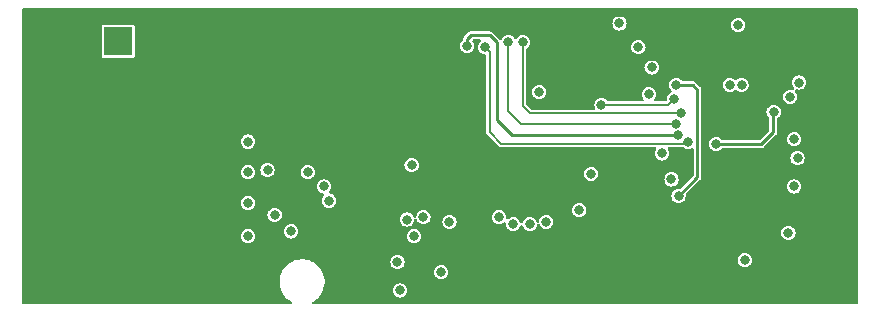
<source format=gbr>
%TF.GenerationSoftware,KiCad,Pcbnew,8.0.5*%
%TF.CreationDate,2024-10-08T13:53:17+03:00*%
%TF.ProjectId,LEXI-R422,4c455849-2d52-4343-9232-2e6b69636164,rev?*%
%TF.SameCoordinates,Original*%
%TF.FileFunction,Copper,L3,Inr*%
%TF.FilePolarity,Positive*%
%FSLAX46Y46*%
G04 Gerber Fmt 4.6, Leading zero omitted, Abs format (unit mm)*
G04 Created by KiCad (PCBNEW 8.0.5) date 2024-10-08 13:53:17*
%MOMM*%
%LPD*%
G01*
G04 APERTURE LIST*
%TA.AperFunction,ComponentPad*%
%ADD10C,0.600000*%
%TD*%
%TA.AperFunction,ComponentPad*%
%ADD11R,2.400000X2.400000*%
%TD*%
%TA.AperFunction,ComponentPad*%
%ADD12C,2.400000*%
%TD*%
%TA.AperFunction,ViaPad*%
%ADD13C,0.600000*%
%TD*%
%TA.AperFunction,ViaPad*%
%ADD14C,0.400000*%
%TD*%
%TA.AperFunction,ViaPad*%
%ADD15C,0.800000*%
%TD*%
%TA.AperFunction,Conductor*%
%ADD16C,0.250000*%
%TD*%
%TA.AperFunction,Conductor*%
%ADD17C,0.200000*%
%TD*%
G04 APERTURE END LIST*
D10*
%TO.N,GND*%
%TO.C,U1*%
X26450000Y6650000D03*
X26450000Y5650000D03*
%TD*%
D11*
%TO.N,/+3V6d*%
%TO.C,BT1*%
X11750000Y19500000D03*
D12*
%TO.N,GND*%
X11750000Y-1500000D03*
X15500000Y-1500000D03*
X8000000Y-1500000D03*
%TD*%
D13*
%TO.N,GND*%
X70993000Y-993657D03*
X17653000Y-993657D03*
X51943000Y18056343D03*
X18923000Y276343D03*
X53213000Y-993657D03*
X4953000Y4086343D03*
X22733000Y276343D03*
X72263000Y14246343D03*
X13843000Y14246343D03*
X41783000Y2816343D03*
X73533000Y276343D03*
X11303000Y10436343D03*
X73533000Y2816343D03*
X11303000Y9166343D03*
X12573000Y10436343D03*
X31623000Y-993657D03*
X73533000Y12976343D03*
X29083000Y12976343D03*
X31623000Y20596343D03*
X68453000Y-993657D03*
X25273000Y10436343D03*
X8763000Y19326343D03*
X70993000Y1546343D03*
D14*
X35400000Y15200000D03*
X32400000Y15000000D03*
D13*
X13843000Y11706343D03*
X7493000Y1546343D03*
X73533000Y4086343D03*
X10033000Y11706343D03*
X18923000Y14246343D03*
X21463000Y14246343D03*
X7493000Y18056343D03*
X10033000Y14246343D03*
X22733000Y16786343D03*
X6223000Y11706343D03*
X37973000Y20596343D03*
X6223000Y18056343D03*
X13843000Y4086343D03*
D14*
X57000000Y18400000D03*
D13*
X72263000Y1546343D03*
X39243000Y19326343D03*
X32893000Y11706343D03*
X73533000Y1546343D03*
X24003000Y14246343D03*
X4953000Y-993657D03*
X15113000Y9166343D03*
X13843000Y16786343D03*
X30353000Y12976343D03*
X20193000Y6626343D03*
D14*
X27130000Y16960000D03*
D13*
X50673000Y1546343D03*
X51943000Y16786343D03*
X24003000Y-993657D03*
X6223000Y15516343D03*
X22733000Y14246343D03*
X18923000Y-993657D03*
X22733000Y18056343D03*
X15113000Y11706343D03*
X12573000Y5356343D03*
D14*
X30590000Y17150000D03*
D13*
X34163000Y11706343D03*
X25273000Y276343D03*
X6223000Y276343D03*
X51943000Y-993657D03*
X6223000Y20596343D03*
X54483000Y-993657D03*
X51943000Y19326343D03*
X41783000Y4086343D03*
D14*
X31800000Y15000000D03*
D13*
X58293000Y-993657D03*
X20193000Y11706343D03*
X72263000Y276343D03*
X72263000Y6626343D03*
X11303000Y11706343D03*
X20193000Y2816343D03*
X15113000Y4086343D03*
X11303000Y5356343D03*
D14*
X32400000Y17200000D03*
D13*
X22733000Y-993657D03*
X73533000Y14246343D03*
X73533000Y-993657D03*
X20193000Y5356343D03*
X25273000Y15516343D03*
X26543000Y12976343D03*
X8763000Y1546343D03*
X30353000Y-993657D03*
X20193000Y7896343D03*
X13843000Y2816343D03*
X57023000Y-993657D03*
X72263000Y2816343D03*
X21463000Y19326343D03*
X13843000Y18056343D03*
X24003000Y16786343D03*
X16383000Y15516343D03*
X15113000Y1546343D03*
X7493000Y19326343D03*
X10033000Y276343D03*
X18923000Y15516343D03*
X4953000Y16786343D03*
X49403000Y1546343D03*
X73533000Y11706343D03*
X11303000Y4086343D03*
X21463000Y16786343D03*
D14*
X33000000Y15000000D03*
D13*
X7493000Y15516343D03*
X59563000Y-993657D03*
X12573000Y11706343D03*
X26543000Y11706343D03*
X58293000Y5356343D03*
X50673000Y-993657D03*
X57023000Y1546343D03*
X21463000Y276343D03*
X55753000Y1546343D03*
X72263000Y12976343D03*
D14*
X28920000Y17470000D03*
D13*
X55753000Y6626343D03*
X17653000Y14246343D03*
X21463000Y18056343D03*
X63373000Y-993657D03*
X15113000Y5356343D03*
X12573000Y4086343D03*
X32893000Y10436343D03*
X10033000Y16786343D03*
X32893000Y20596343D03*
X20193000Y4086343D03*
X10033000Y15516343D03*
X8763000Y15516343D03*
X34163000Y20596343D03*
X12573000Y2816343D03*
X13843000Y19326343D03*
X24003000Y18056343D03*
X25273000Y12976343D03*
X35433000Y19326343D03*
X21463000Y15516343D03*
X12573000Y1546343D03*
X13843000Y5356343D03*
X13843000Y9166343D03*
X24003000Y276343D03*
X55753000Y5356343D03*
X24003000Y19326343D03*
X27813000Y11706343D03*
X68453000Y276343D03*
X31623000Y12976343D03*
X32893000Y19326343D03*
X13843000Y15516343D03*
X4953000Y18056343D03*
D14*
X29990000Y17120000D03*
D13*
X7493000Y20596343D03*
D14*
X26840000Y17480000D03*
X36000000Y15200000D03*
D13*
X41783000Y1546343D03*
D14*
X28220000Y15600000D03*
D13*
X72263000Y9166343D03*
X8763000Y12976343D03*
X13843000Y6626343D03*
X15113000Y14246343D03*
D15*
X22707600Y21285200D03*
D13*
X15113000Y15516343D03*
X20193000Y276343D03*
X20193000Y1546343D03*
X70993000Y276343D03*
D14*
X31200000Y15000000D03*
D13*
X36703000Y20596343D03*
X34163000Y19326343D03*
D14*
X29340000Y17120000D03*
D13*
X69723000Y276343D03*
X64643000Y-993657D03*
X58293000Y1546343D03*
X29083000Y11706343D03*
X27813000Y12976343D03*
X11303000Y2816343D03*
X7493000Y16786343D03*
X4953000Y15516343D03*
X15113000Y12976343D03*
X34163000Y12976343D03*
X30353000Y11706343D03*
X73533000Y10436343D03*
X39243000Y20596343D03*
X35433000Y20596343D03*
X73533000Y7896343D03*
X48133000Y19326343D03*
X73533000Y6626343D03*
X4953000Y11706343D03*
X26543000Y10436343D03*
X25273000Y11706343D03*
X4953000Y276343D03*
X12573000Y16786343D03*
X20193000Y12976343D03*
X36703000Y19326343D03*
X16383000Y14246343D03*
X4953000Y20596343D03*
X8763000Y16786343D03*
X60833000Y-993657D03*
X8763000Y2816343D03*
X12573000Y7896343D03*
X26543000Y14246343D03*
X15113000Y2816343D03*
X25273000Y1546343D03*
X35433000Y12976343D03*
X72263000Y11706343D03*
X7493000Y14246343D03*
X4953000Y19326343D03*
X11303000Y12976343D03*
D14*
X31800000Y17200000D03*
D13*
X10033000Y12976343D03*
X17653000Y15516343D03*
X41783000Y-993657D03*
X32893000Y12976343D03*
X73533000Y9166343D03*
D14*
X31200000Y17200000D03*
D13*
X20193000Y9166343D03*
X10033000Y1546343D03*
X4953000Y1546343D03*
X6223000Y16786343D03*
X15113000Y6626343D03*
D14*
X28740000Y15350000D03*
D13*
X15113000Y10436343D03*
X13843000Y276343D03*
X20193000Y-993657D03*
X24003000Y15516343D03*
X10033000Y4086343D03*
X12573000Y14246343D03*
X22733000Y19326343D03*
X8763000Y4086343D03*
X55753000Y-993657D03*
X11303000Y14246343D03*
X72263000Y7896343D03*
X10033000Y2816343D03*
X20193000Y15516343D03*
X8763000Y20596343D03*
D14*
X34800000Y17200000D03*
D13*
X11303000Y15516343D03*
X25273000Y16786343D03*
D14*
X36600000Y17000000D03*
X36000000Y17000000D03*
D13*
X20193000Y10436343D03*
X34163000Y9166343D03*
X40513000Y1546343D03*
X31623000Y19326343D03*
D14*
X67800000Y10600000D03*
D13*
X8763000Y18056343D03*
D14*
X33000000Y17200000D03*
D13*
X73533000Y5356343D03*
X13843000Y20596343D03*
D14*
X33600000Y15000000D03*
D13*
X72263000Y-993657D03*
X72263000Y4086343D03*
D14*
X27350000Y16440000D03*
X35400000Y17000000D03*
X27740000Y15970000D03*
D13*
X49403000Y-993657D03*
X11303000Y16786343D03*
X72263000Y10436343D03*
X12573000Y9166343D03*
X12573000Y12976343D03*
X13843000Y12976343D03*
X6223000Y19326343D03*
D14*
X33600000Y17200000D03*
D13*
X69723000Y1546343D03*
X13843000Y10436343D03*
D14*
X34200000Y17200000D03*
D13*
X12573000Y6626343D03*
X31623000Y11706343D03*
X69723000Y-993657D03*
X34163000Y10436343D03*
X15113000Y7896343D03*
X21463000Y-993657D03*
X17653000Y276343D03*
X20193000Y14246343D03*
X25273000Y14246343D03*
X37973000Y19326343D03*
X62103000Y-993657D03*
D14*
X36600000Y15200000D03*
X56800000Y16200000D03*
D13*
X22733000Y15516343D03*
X12573000Y15516343D03*
X13843000Y1546343D03*
X13843000Y7896343D03*
X48133000Y20596343D03*
X35433000Y11706343D03*
X11303000Y1546343D03*
X8763000Y14246343D03*
D15*
%TO.N,/uRST*%
X56675000Y15000000D03*
X48000000Y4200000D03*
%TO.N,/uCLK*%
X46600000Y4000000D03*
X56920000Y17280000D03*
%TO.N,/uData*%
X45200000Y4000000D03*
X55800000Y19000000D03*
%TO.N,/uVDD*%
X44000000Y4600000D03*
%TO.N,/VBAT*%
X29200000Y7200000D03*
X36200000Y4400000D03*
X39800000Y4200000D03*
X35400000Y800000D03*
X37600000Y4600000D03*
X35600000Y-1600000D03*
X36800000Y3000000D03*
X29600000Y6000000D03*
X27800000Y8400000D03*
%TO.N,/uPWRKEY*%
X69000000Y11200000D03*
X64800000Y959998D03*
%TO.N,/uDTR*%
X63532858Y15799356D03*
%TO.N,/TxD*%
X69275000Y9600000D03*
%TO.N,/RxD*%
X69000000Y7200000D03*
%TO.N,/uDCD*%
X64532815Y15808952D03*
%TO.N,/RXD*%
X59148889Y11524985D03*
X41300000Y19100000D03*
%TO.N,/TXD*%
X60000000Y11000000D03*
X42800000Y19000000D03*
%TO.N,/VDD_EXT*%
X59200000Y6400000D03*
X36600000Y9000000D03*
X59000000Y15800000D03*
%TO.N,/DTR*%
X46000000Y19400000D03*
X59400000Y13400000D03*
%TO.N,/DCD*%
X58952785Y12505571D03*
X44800000Y19400000D03*
%TO.N,/PWRKEY*%
X50800000Y5200000D03*
%TO.N,/Alim*%
X39100000Y-50000D03*
X26400000Y3400000D03*
%TO.N,/+3V6d*%
X22750000Y8400000D03*
X69400000Y16000000D03*
X22750000Y5800000D03*
X24400000Y8600000D03*
X25000000Y4800000D03*
X22750000Y11000000D03*
X22750000Y3000000D03*
%TO.N,/+3V3_UC*%
X68500000Y3275000D03*
X67250000Y13500000D03*
X62400000Y10800000D03*
%TO.N,/Vbus*%
X58800000Y14600000D03*
X52675000Y14100000D03*
%TO.N,/U5V*%
X58600000Y7800000D03*
X51800000Y8275000D03*
%TO.N,/P99*%
X47400000Y15200000D03*
X57800000Y10000000D03*
%TO.N,/Network*%
X64246154Y20869231D03*
X54200000Y21000000D03*
%TO.N,/PowerDown*%
X68660000Y14790000D03*
%TD*%
D16*
%TO.N,/RXD*%
X45075015Y11524985D02*
X59148889Y11524985D01*
X41300000Y19100000D02*
X41300000Y19700000D01*
X41300000Y19700000D02*
X41600000Y20000000D01*
X43200000Y20000000D02*
X43800000Y19400000D01*
X43800000Y12800000D02*
X45075015Y11524985D01*
X41600000Y20000000D02*
X43200000Y20000000D01*
X43800000Y19400000D02*
X43800000Y12800000D01*
D17*
%TO.N,/TXD*%
X44175015Y10824985D02*
X43200000Y11800000D01*
X43200000Y11800000D02*
X43200000Y18600000D01*
X59824985Y10824985D02*
X44175015Y10824985D01*
X43200000Y18600000D02*
X42800000Y19000000D01*
X60000000Y11000000D02*
X59824985Y10824985D01*
D16*
%TO.N,/VDD_EXT*%
X60400000Y15800000D02*
X59000000Y15800000D01*
X59200000Y6400000D02*
X60800000Y8000000D01*
X60800000Y15400000D02*
X60400000Y15800000D01*
X60800000Y8000000D02*
X60800000Y15400000D01*
D17*
%TO.N,/DTR*%
X46600000Y13400000D02*
X46000000Y14000000D01*
X46000000Y14000000D02*
X46000000Y19400000D01*
X59400000Y13400000D02*
X46600000Y13400000D01*
%TO.N,/DCD*%
X58952785Y12505571D02*
X45894429Y12505571D01*
X44800000Y13600000D02*
X44800000Y19400000D01*
X45894429Y12505571D02*
X44800000Y13600000D01*
D16*
%TO.N,/+3V3_UC*%
X67200000Y13450000D02*
X67250000Y13500000D01*
X62400000Y10800000D02*
X66200000Y10800000D01*
X67200000Y11800000D02*
X67200000Y13450000D01*
X66200000Y10800000D02*
X67200000Y11800000D01*
D17*
%TO.N,/Vbus*%
X58300000Y14100000D02*
X58800000Y14600000D01*
X52675000Y14100000D02*
X58300000Y14100000D01*
%TD*%
%TA.AperFunction,Conductor*%
%TO.N,GND*%
G36*
X74361321Y22264398D02*
G01*
X74407814Y22210742D01*
X74419200Y22158400D01*
X74419200Y-2654000D01*
X74399198Y-2722121D01*
X74345542Y-2768614D01*
X74293200Y-2780000D01*
X28282337Y-2780000D01*
X28214216Y-2759998D01*
X28167723Y-2706342D01*
X28157619Y-2636068D01*
X28187113Y-2571488D01*
X28219337Y-2544881D01*
X28331087Y-2480361D01*
X28388527Y-2447199D01*
X28586176Y-2295538D01*
X28762338Y-2119376D01*
X28913999Y-1921727D01*
X29038564Y-1705973D01*
X29082460Y-1599999D01*
X34994318Y-1599999D01*
X34994318Y-1600000D01*
X35014955Y-1756760D01*
X35014956Y-1756762D01*
X35075464Y-1902841D01*
X35171718Y-2028282D01*
X35297159Y-2124536D01*
X35443238Y-2185044D01*
X35600000Y-2205682D01*
X35756762Y-2185044D01*
X35902841Y-2124536D01*
X36028282Y-2028282D01*
X36124536Y-1902841D01*
X36185044Y-1756762D01*
X36205682Y-1600000D01*
X36185044Y-1443238D01*
X36124536Y-1297159D01*
X36028282Y-1171718D01*
X35902841Y-1075464D01*
X35756762Y-1014956D01*
X35756760Y-1014955D01*
X35600000Y-994318D01*
X35443239Y-1014955D01*
X35297160Y-1075463D01*
X35297157Y-1075465D01*
X35171718Y-1171718D01*
X35075465Y-1297157D01*
X35075463Y-1297160D01*
X35014955Y-1443239D01*
X34994318Y-1599999D01*
X29082460Y-1599999D01*
X29133902Y-1475807D01*
X29198382Y-1235165D01*
X29230900Y-988165D01*
X29230900Y-739035D01*
X29198382Y-492035D01*
X29133902Y-251393D01*
X29050482Y-49999D01*
X38494318Y-49999D01*
X38494318Y-50000D01*
X38514955Y-206760D01*
X38514956Y-206762D01*
X38575464Y-352841D01*
X38671718Y-478282D01*
X38797159Y-574536D01*
X38943238Y-635044D01*
X39100000Y-655682D01*
X39256762Y-635044D01*
X39402841Y-574536D01*
X39528282Y-478282D01*
X39624536Y-352841D01*
X39685044Y-206762D01*
X39705682Y-50000D01*
X39685044Y106762D01*
X39624536Y252841D01*
X39528282Y378282D01*
X39402841Y474536D01*
X39256762Y535044D01*
X39100000Y555682D01*
X38943238Y535044D01*
X38797159Y474536D01*
X38671718Y378282D01*
X38575465Y252842D01*
X38575463Y252839D01*
X38514955Y106760D01*
X38494318Y-49999D01*
X29050482Y-49999D01*
X29038564Y-21227D01*
X29038558Y-21218D01*
X29038557Y-21214D01*
X28961290Y112615D01*
X28913999Y194527D01*
X28762338Y392176D01*
X28586176Y568338D01*
X28388527Y719999D01*
X28249961Y800000D01*
X34794318Y800000D01*
X34794318Y799999D01*
X34814955Y643239D01*
X34875463Y497160D01*
X34875465Y497157D01*
X34971718Y371718D01*
X35097157Y275465D01*
X35097160Y275463D01*
X35243239Y214955D01*
X35400000Y194318D01*
X35556760Y214955D01*
X35702839Y275463D01*
X35702842Y275465D01*
X35828282Y371718D01*
X35924536Y497159D01*
X35985044Y643238D01*
X36005682Y800000D01*
X35985044Y956762D01*
X35983704Y959998D01*
X64194318Y959998D01*
X64194318Y959997D01*
X64214955Y803237D01*
X64275463Y657158D01*
X64275465Y657155D01*
X64371718Y531716D01*
X64497157Y435463D01*
X64497160Y435461D01*
X64643239Y374953D01*
X64800000Y354316D01*
X64956760Y374953D01*
X65102839Y435461D01*
X65102842Y435463D01*
X65228282Y531716D01*
X65324536Y657157D01*
X65385044Y803236D01*
X65405682Y959998D01*
X65385044Y1116760D01*
X65324536Y1262839D01*
X65228282Y1388280D01*
X65102841Y1484534D01*
X64956762Y1545042D01*
X64800000Y1565680D01*
X64643238Y1545042D01*
X64497159Y1484534D01*
X64371718Y1388280D01*
X64275465Y1262840D01*
X64275463Y1262837D01*
X64214955Y1116758D01*
X64194318Y959998D01*
X35983704Y959998D01*
X35924536Y1102841D01*
X35828282Y1228282D01*
X35702841Y1324536D01*
X35556762Y1385044D01*
X35400000Y1405682D01*
X35243238Y1385044D01*
X35097159Y1324536D01*
X34971718Y1228282D01*
X34886143Y1116758D01*
X34875465Y1102842D01*
X34875463Y1102839D01*
X34814955Y956760D01*
X34794318Y800000D01*
X28249961Y800000D01*
X28172773Y844564D01*
X27942607Y939902D01*
X27701965Y1004382D01*
X27701958Y1004382D01*
X27701958Y1004383D01*
X27678190Y1007511D01*
X27454965Y1036900D01*
X27205835Y1036900D01*
X27022499Y1012763D01*
X26958841Y1004383D01*
X26958839Y1004382D01*
X26958835Y1004382D01*
X26718193Y939902D01*
X26488027Y844564D01*
X26488018Y844558D01*
X26488014Y844557D01*
X26272276Y720001D01*
X26272273Y719999D01*
X26074624Y568338D01*
X26074618Y568332D01*
X26074613Y568328D01*
X25898471Y392186D01*
X25898466Y392180D01*
X25898462Y392176D01*
X25762477Y214956D01*
X25746798Y194523D01*
X25622242Y-21214D01*
X25622237Y-21225D01*
X25526898Y-251393D01*
X25526897Y-251397D01*
X25462416Y-492041D01*
X25429900Y-739032D01*
X25429900Y-988167D01*
X25462416Y-1235158D01*
X25462418Y-1235165D01*
X25526898Y-1475807D01*
X25622236Y-1705973D01*
X25622237Y-1705974D01*
X25622242Y-1705985D01*
X25746798Y-1921723D01*
X25746800Y-1921726D01*
X25746801Y-1921727D01*
X25898462Y-2119376D01*
X25898466Y-2119380D01*
X25898471Y-2119386D01*
X26074613Y-2295528D01*
X26074618Y-2295532D01*
X26074624Y-2295538D01*
X26272273Y-2447199D01*
X26272276Y-2447201D01*
X26441463Y-2544881D01*
X26490456Y-2596263D01*
X26503892Y-2665977D01*
X26477506Y-2731888D01*
X26419674Y-2773070D01*
X26378463Y-2780000D01*
X3751000Y-2780000D01*
X3682879Y-2759998D01*
X3636386Y-2706342D01*
X3625000Y-2654000D01*
X3625000Y3000000D01*
X22144318Y3000000D01*
X22144318Y2999999D01*
X22164955Y2843239D01*
X22225463Y2697160D01*
X22225465Y2697157D01*
X22321718Y2571718D01*
X22447157Y2475465D01*
X22447160Y2475463D01*
X22593239Y2414955D01*
X22750000Y2394318D01*
X22906760Y2414955D01*
X23052839Y2475463D01*
X23052842Y2475465D01*
X23178282Y2571718D01*
X23274536Y2697159D01*
X23335044Y2843238D01*
X23351959Y2971718D01*
X23355682Y2999999D01*
X23355682Y3000000D01*
X23340116Y3118238D01*
X23335044Y3156762D01*
X23274536Y3302841D01*
X23199983Y3400000D01*
X25794318Y3400000D01*
X25794318Y3399999D01*
X25814955Y3243239D01*
X25875463Y3097160D01*
X25875465Y3097157D01*
X25971718Y2971718D01*
X26097157Y2875465D01*
X26097160Y2875463D01*
X26243239Y2814955D01*
X26400000Y2794318D01*
X26556760Y2814955D01*
X26702839Y2875463D01*
X26702842Y2875465D01*
X26828282Y2971718D01*
X26849983Y3000000D01*
X36194318Y3000000D01*
X36194318Y2999999D01*
X36214955Y2843239D01*
X36275463Y2697160D01*
X36275465Y2697157D01*
X36371718Y2571718D01*
X36497157Y2475465D01*
X36497160Y2475463D01*
X36643239Y2414955D01*
X36800000Y2394318D01*
X36956760Y2414955D01*
X37102839Y2475463D01*
X37102842Y2475465D01*
X37228282Y2571718D01*
X37324536Y2697159D01*
X37385044Y2843238D01*
X37401959Y2971718D01*
X37405682Y2999999D01*
X37405682Y3000000D01*
X37390116Y3118238D01*
X37385044Y3156762D01*
X37336068Y3275000D01*
X67894318Y3275000D01*
X67894318Y3274999D01*
X67914955Y3118239D01*
X67975463Y2972160D01*
X67975465Y2972157D01*
X68071718Y2846718D01*
X68197157Y2750465D01*
X68197160Y2750463D01*
X68343239Y2689955D01*
X68500000Y2669318D01*
X68656760Y2689955D01*
X68802839Y2750463D01*
X68802842Y2750465D01*
X68928282Y2846718D01*
X69024536Y2972159D01*
X69085044Y3118238D01*
X69095363Y3196619D01*
X69105682Y3274999D01*
X69105682Y3275000D01*
X69102017Y3302842D01*
X69085044Y3431762D01*
X69024536Y3577841D01*
X68928282Y3703282D01*
X68802841Y3799536D01*
X68656762Y3860044D01*
X68500000Y3880682D01*
X68343238Y3860044D01*
X68197159Y3799536D01*
X68071718Y3703282D01*
X67980991Y3585044D01*
X67975465Y3577842D01*
X67975463Y3577839D01*
X67914955Y3431760D01*
X67894318Y3275000D01*
X37336068Y3275000D01*
X37324536Y3302841D01*
X37228282Y3428282D01*
X37102841Y3524536D01*
X36956762Y3585044D01*
X36800000Y3605682D01*
X36643238Y3585044D01*
X36497159Y3524536D01*
X36371718Y3428282D01*
X36350017Y3400000D01*
X36275465Y3302842D01*
X36275463Y3302839D01*
X36214955Y3156760D01*
X36194318Y3000000D01*
X26849983Y3000000D01*
X26924536Y3097159D01*
X26985044Y3243238D01*
X27005682Y3400000D01*
X26985044Y3556762D01*
X26924536Y3702841D01*
X26828282Y3828282D01*
X26702841Y3924536D01*
X26556762Y3985044D01*
X26400000Y4005682D01*
X26243238Y3985044D01*
X26097159Y3924536D01*
X25971718Y3828282D01*
X25875802Y3703281D01*
X25875465Y3702842D01*
X25875463Y3702839D01*
X25814955Y3556760D01*
X25794318Y3400000D01*
X23199983Y3400000D01*
X23178282Y3428282D01*
X23052841Y3524536D01*
X22906762Y3585044D01*
X22750000Y3605682D01*
X22593238Y3585044D01*
X22447159Y3524536D01*
X22321718Y3428282D01*
X22300017Y3400000D01*
X22225465Y3302842D01*
X22225463Y3302839D01*
X22164955Y3156760D01*
X22144318Y3000000D01*
X3625000Y3000000D01*
X3625000Y4800000D01*
X24394318Y4800000D01*
X24394318Y4799999D01*
X24414955Y4643239D01*
X24475463Y4497160D01*
X24475465Y4497157D01*
X24571718Y4371718D01*
X24697157Y4275465D01*
X24697160Y4275463D01*
X24843239Y4214955D01*
X25000000Y4194318D01*
X25156760Y4214955D01*
X25302839Y4275463D01*
X25302842Y4275465D01*
X25428282Y4371718D01*
X25449983Y4400000D01*
X35594318Y4400000D01*
X35594318Y4399999D01*
X35614955Y4243239D01*
X35675463Y4097160D01*
X35675465Y4097157D01*
X35771718Y3971718D01*
X35897157Y3875465D01*
X35897160Y3875463D01*
X36043239Y3814955D01*
X36200000Y3794318D01*
X36356760Y3814955D01*
X36502839Y3875463D01*
X36502842Y3875465D01*
X36509641Y3880682D01*
X36628282Y3971718D01*
X36724536Y4097159D01*
X36785044Y4243238D01*
X36799096Y4349974D01*
X36827818Y4414901D01*
X36887084Y4453993D01*
X36958075Y4454838D01*
X37018254Y4417168D01*
X37040425Y4381749D01*
X37075464Y4297159D01*
X37075465Y4297158D01*
X37075465Y4297157D01*
X37171718Y4171718D01*
X37297157Y4075465D01*
X37297160Y4075463D01*
X37443239Y4014955D01*
X37600000Y3994318D01*
X37756760Y4014955D01*
X37902839Y4075463D01*
X37902842Y4075465D01*
X38028282Y4171718D01*
X38049983Y4200000D01*
X39194318Y4200000D01*
X39194318Y4199999D01*
X39214955Y4043239D01*
X39275463Y3897160D01*
X39275465Y3897157D01*
X39371718Y3771718D01*
X39497157Y3675465D01*
X39497160Y3675463D01*
X39643239Y3614955D01*
X39800000Y3594318D01*
X39956760Y3614955D01*
X40102839Y3675463D01*
X40102842Y3675465D01*
X40228282Y3771718D01*
X40324536Y3897159D01*
X40385044Y4043238D01*
X40405682Y4200000D01*
X40385044Y4356762D01*
X40324536Y4502841D01*
X40249983Y4600000D01*
X43394318Y4600000D01*
X43394318Y4599999D01*
X43414955Y4443239D01*
X43475463Y4297160D01*
X43475465Y4297157D01*
X43571718Y4171718D01*
X43697157Y4075465D01*
X43697160Y4075463D01*
X43843239Y4014955D01*
X44000000Y3994318D01*
X44156760Y4014955D01*
X44302839Y4075463D01*
X44302842Y4075465D01*
X44312097Y4082566D01*
X44396792Y4147555D01*
X44463013Y4173155D01*
X44532562Y4158890D01*
X44583357Y4109289D01*
X44599273Y4040099D01*
X44598418Y4031147D01*
X44594318Y4000001D01*
X44594318Y3999999D01*
X44614955Y3843239D01*
X44675463Y3697160D01*
X44675465Y3697157D01*
X44771718Y3571718D01*
X44897157Y3475465D01*
X44897160Y3475463D01*
X45043239Y3414955D01*
X45200000Y3394318D01*
X45356760Y3414955D01*
X45502839Y3475463D01*
X45502842Y3475465D01*
X45566790Y3524534D01*
X45628282Y3571718D01*
X45724536Y3697159D01*
X45783591Y3839731D01*
X45828140Y3895012D01*
X45895503Y3917433D01*
X45964294Y3899875D01*
X46012672Y3847913D01*
X46016405Y3839739D01*
X46026671Y3814956D01*
X46075463Y3697160D01*
X46075465Y3697157D01*
X46171718Y3571718D01*
X46297157Y3475465D01*
X46297160Y3475463D01*
X46443239Y3414955D01*
X46600000Y3394318D01*
X46756760Y3414955D01*
X46902839Y3475463D01*
X46902842Y3475465D01*
X46966790Y3524534D01*
X47028282Y3571718D01*
X47124536Y3697159D01*
X47185044Y3843238D01*
X47199096Y3949974D01*
X47227818Y4014901D01*
X47287084Y4053993D01*
X47358075Y4054838D01*
X47418254Y4017168D01*
X47440425Y3981749D01*
X47475464Y3897159D01*
X47475465Y3897158D01*
X47475465Y3897157D01*
X47571718Y3771718D01*
X47697157Y3675465D01*
X47697160Y3675463D01*
X47843239Y3614955D01*
X48000000Y3594318D01*
X48156760Y3614955D01*
X48302839Y3675463D01*
X48302842Y3675465D01*
X48428282Y3771718D01*
X48524536Y3897159D01*
X48585044Y4043238D01*
X48605682Y4200000D01*
X48585044Y4356762D01*
X48524536Y4502841D01*
X48428282Y4628282D01*
X48302841Y4724536D01*
X48156762Y4785044D01*
X48000000Y4805682D01*
X47843238Y4785044D01*
X47697159Y4724536D01*
X47571718Y4628282D01*
X47492111Y4524536D01*
X47475465Y4502842D01*
X47475463Y4502839D01*
X47414955Y4356760D01*
X47400903Y4250024D01*
X47372180Y4185097D01*
X47312915Y4146006D01*
X47241923Y4145161D01*
X47181745Y4182832D01*
X47159575Y4218248D01*
X47124536Y4302841D01*
X47028282Y4428282D01*
X46902841Y4524536D01*
X46756762Y4585044D01*
X46600000Y4605682D01*
X46443238Y4585044D01*
X46297159Y4524536D01*
X46171718Y4428282D01*
X46075465Y4302842D01*
X46075463Y4302839D01*
X46064643Y4276719D01*
X46016407Y4160266D01*
X45971861Y4104987D01*
X45904497Y4082566D01*
X45835706Y4100124D01*
X45787328Y4152086D01*
X45783599Y4160250D01*
X45724536Y4302841D01*
X45628282Y4428282D01*
X45502841Y4524536D01*
X45356762Y4585044D01*
X45200000Y4605682D01*
X45043238Y4585044D01*
X44897159Y4524536D01*
X44803207Y4452444D01*
X44736986Y4426844D01*
X44667438Y4441109D01*
X44616642Y4490710D01*
X44600726Y4559900D01*
X44601579Y4568835D01*
X44605682Y4600000D01*
X44585044Y4756762D01*
X44524536Y4902841D01*
X44428282Y5028282D01*
X44302841Y5124536D01*
X44156762Y5185044D01*
X44043159Y5200000D01*
X50194318Y5200000D01*
X50194318Y5199999D01*
X50214955Y5043239D01*
X50275463Y4897160D01*
X50275465Y4897157D01*
X50371718Y4771718D01*
X50497157Y4675465D01*
X50497160Y4675463D01*
X50643239Y4614955D01*
X50800000Y4594318D01*
X50956760Y4614955D01*
X51102839Y4675463D01*
X51102842Y4675465D01*
X51138514Y4702837D01*
X51228282Y4771718D01*
X51324536Y4897159D01*
X51385044Y5043238D01*
X51405682Y5200000D01*
X51385044Y5356762D01*
X51324536Y5502841D01*
X51228282Y5628282D01*
X51102841Y5724536D01*
X50956762Y5785044D01*
X50800000Y5805682D01*
X50643238Y5785044D01*
X50497159Y5724536D01*
X50371718Y5628282D01*
X50275465Y5502842D01*
X50275463Y5502839D01*
X50214955Y5356760D01*
X50194318Y5200000D01*
X44043159Y5200000D01*
X44000000Y5205682D01*
X43843238Y5185044D01*
X43697159Y5124536D01*
X43571718Y5028282D01*
X43492111Y4924536D01*
X43475465Y4902842D01*
X43475463Y4902839D01*
X43414955Y4756760D01*
X43394318Y4600000D01*
X40249983Y4600000D01*
X40228282Y4628282D01*
X40102841Y4724536D01*
X39956762Y4785044D01*
X39800000Y4805682D01*
X39643238Y4785044D01*
X39497159Y4724536D01*
X39371718Y4628282D01*
X39292111Y4524536D01*
X39275465Y4502842D01*
X39275463Y4502839D01*
X39214955Y4356760D01*
X39194318Y4200000D01*
X38049983Y4200000D01*
X38124536Y4297159D01*
X38185044Y4443238D01*
X38205682Y4600000D01*
X38185044Y4756762D01*
X38124536Y4902841D01*
X38028282Y5028282D01*
X37902841Y5124536D01*
X37756762Y5185044D01*
X37600000Y5205682D01*
X37443238Y5185044D01*
X37297159Y5124536D01*
X37171718Y5028282D01*
X37092111Y4924536D01*
X37075465Y4902842D01*
X37075463Y4902839D01*
X37014955Y4756760D01*
X37000903Y4650024D01*
X36972180Y4585097D01*
X36912915Y4546006D01*
X36841923Y4545161D01*
X36781745Y4582832D01*
X36759575Y4618248D01*
X36724536Y4702841D01*
X36628282Y4828282D01*
X36502841Y4924536D01*
X36356762Y4985044D01*
X36200000Y5005682D01*
X36043238Y4985044D01*
X35897159Y4924536D01*
X35771718Y4828282D01*
X35692111Y4724536D01*
X35675465Y4702842D01*
X35675463Y4702839D01*
X35614955Y4556760D01*
X35594318Y4400000D01*
X25449983Y4400000D01*
X25524536Y4497159D01*
X25585044Y4643238D01*
X25605682Y4800000D01*
X25585044Y4956762D01*
X25524536Y5102841D01*
X25428282Y5228282D01*
X25302841Y5324536D01*
X25156762Y5385044D01*
X25000000Y5405682D01*
X24843238Y5385044D01*
X24697159Y5324536D01*
X24571718Y5228282D01*
X24492111Y5124536D01*
X24475465Y5102842D01*
X24475463Y5102839D01*
X24414955Y4956760D01*
X24394318Y4800000D01*
X3625000Y4800000D01*
X3625000Y5800000D01*
X22144318Y5800000D01*
X22144318Y5799999D01*
X22164955Y5643239D01*
X22225463Y5497160D01*
X22225465Y5497157D01*
X22321718Y5371718D01*
X22447157Y5275465D01*
X22447160Y5275463D01*
X22593239Y5214955D01*
X22750000Y5194318D01*
X22906760Y5214955D01*
X23052839Y5275463D01*
X23052842Y5275465D01*
X23116790Y5324534D01*
X23178282Y5371718D01*
X23274536Y5497159D01*
X23335044Y5643238D01*
X23355682Y5800000D01*
X23335044Y5956762D01*
X23274536Y6102841D01*
X23178282Y6228282D01*
X23052841Y6324536D01*
X22906762Y6385044D01*
X22750000Y6405682D01*
X22593238Y6385044D01*
X22447159Y6324536D01*
X22321718Y6228282D01*
X22225465Y6102842D01*
X22225463Y6102839D01*
X22164955Y5956760D01*
X22144318Y5800000D01*
X3625000Y5800000D01*
X3625000Y7200000D01*
X28594318Y7200000D01*
X28594318Y7199999D01*
X28614955Y7043239D01*
X28675463Y6897160D01*
X28675465Y6897157D01*
X28771718Y6771718D01*
X28897157Y6675465D01*
X28897160Y6675463D01*
X28982731Y6640018D01*
X29043238Y6614956D01*
X29052878Y6613686D01*
X29073657Y6610951D01*
X29138584Y6582227D01*
X29177675Y6522962D01*
X29178518Y6451970D01*
X29157172Y6409325D01*
X29138541Y6385044D01*
X29075465Y6302842D01*
X29075463Y6302839D01*
X29014955Y6156760D01*
X28994318Y6000000D01*
X28994318Y5999999D01*
X29014955Y5843239D01*
X29075463Y5697160D01*
X29075465Y5697157D01*
X29171718Y5571718D01*
X29297157Y5475465D01*
X29297160Y5475463D01*
X29443239Y5414955D01*
X29600000Y5394318D01*
X29756760Y5414955D01*
X29902839Y5475463D01*
X29902842Y5475465D01*
X30028282Y5571718D01*
X30124536Y5697159D01*
X30185044Y5843238D01*
X30205682Y6000000D01*
X30185044Y6156762D01*
X30124536Y6302841D01*
X30028282Y6428282D01*
X29902841Y6524536D01*
X29756762Y6585044D01*
X29726344Y6589048D01*
X29661418Y6617769D01*
X29622325Y6677034D01*
X29621480Y6748025D01*
X29642827Y6790674D01*
X29724534Y6897157D01*
X29724536Y6897159D01*
X29785044Y7043238D01*
X29805682Y7200000D01*
X29785044Y7356762D01*
X29724536Y7502841D01*
X29628282Y7628282D01*
X29502841Y7724536D01*
X29356762Y7785044D01*
X29200000Y7805682D01*
X29043238Y7785044D01*
X28897159Y7724536D01*
X28771718Y7628282D01*
X28675465Y7502842D01*
X28675463Y7502839D01*
X28614955Y7356760D01*
X28594318Y7200000D01*
X3625000Y7200000D01*
X3625000Y8400000D01*
X22144318Y8400000D01*
X22144318Y8399999D01*
X22164955Y8243239D01*
X22225463Y8097160D01*
X22225465Y8097157D01*
X22321718Y7971718D01*
X22447157Y7875465D01*
X22447160Y7875463D01*
X22593239Y7814955D01*
X22750000Y7794318D01*
X22906760Y7814955D01*
X23052839Y7875463D01*
X23052842Y7875465D01*
X23178282Y7971718D01*
X23274536Y8097159D01*
X23335044Y8243238D01*
X23355682Y8400000D01*
X23335044Y8556762D01*
X23317134Y8600000D01*
X23794318Y8600000D01*
X23794318Y8599999D01*
X23814955Y8443239D01*
X23875463Y8297160D01*
X23875465Y8297157D01*
X23971718Y8171718D01*
X24097157Y8075465D01*
X24097160Y8075463D01*
X24243239Y8014955D01*
X24400000Y7994318D01*
X24556760Y8014955D01*
X24702839Y8075463D01*
X24702842Y8075465D01*
X24828282Y8171718D01*
X24924536Y8297159D01*
X24967134Y8400000D01*
X27194318Y8400000D01*
X27194318Y8399999D01*
X27214955Y8243239D01*
X27275463Y8097160D01*
X27275465Y8097157D01*
X27371718Y7971718D01*
X27497157Y7875465D01*
X27497160Y7875463D01*
X27643239Y7814955D01*
X27800000Y7794318D01*
X27956760Y7814955D01*
X28102839Y7875463D01*
X28102842Y7875465D01*
X28228282Y7971718D01*
X28324536Y8097159D01*
X28385044Y8243238D01*
X28389226Y8275000D01*
X51194318Y8275000D01*
X51194318Y8274999D01*
X51214955Y8118239D01*
X51275463Y7972160D01*
X51275465Y7972157D01*
X51371718Y7846718D01*
X51497157Y7750465D01*
X51497160Y7750463D01*
X51643239Y7689955D01*
X51800000Y7669318D01*
X51956760Y7689955D01*
X52102839Y7750463D01*
X52102842Y7750465D01*
X52167398Y7800000D01*
X57994318Y7800000D01*
X57994318Y7799999D01*
X58014955Y7643239D01*
X58075463Y7497160D01*
X58075465Y7497157D01*
X58171718Y7371718D01*
X58297157Y7275465D01*
X58297160Y7275463D01*
X58443239Y7214955D01*
X58600000Y7194318D01*
X58756760Y7214955D01*
X58902839Y7275463D01*
X58902842Y7275465D01*
X59028282Y7371718D01*
X59124536Y7497159D01*
X59185044Y7643238D01*
X59199160Y7750463D01*
X59205682Y7799999D01*
X59205682Y7800000D01*
X59185044Y7956760D01*
X59185044Y7956762D01*
X59124536Y8102841D01*
X59028282Y8228282D01*
X58902841Y8324536D01*
X58756762Y8385044D01*
X58600000Y8405682D01*
X58443238Y8385044D01*
X58297159Y8324536D01*
X58171718Y8228282D01*
X58087279Y8118238D01*
X58075465Y8102842D01*
X58075463Y8102839D01*
X58014955Y7956760D01*
X57994318Y7800000D01*
X52167398Y7800000D01*
X52228282Y7846718D01*
X52324536Y7972159D01*
X52385044Y8118238D01*
X52399531Y8228281D01*
X52405682Y8274999D01*
X52405682Y8275000D01*
X52399160Y8324536D01*
X52385044Y8431762D01*
X52324536Y8577841D01*
X52228282Y8703282D01*
X52102841Y8799536D01*
X51956762Y8860044D01*
X51800000Y8880682D01*
X51643238Y8860044D01*
X51497159Y8799536D01*
X51371718Y8703282D01*
X51275465Y8577842D01*
X51275463Y8577839D01*
X51214955Y8431760D01*
X51194318Y8275000D01*
X28389226Y8275000D01*
X28405682Y8400000D01*
X28385044Y8556762D01*
X28324536Y8702841D01*
X28228282Y8828282D01*
X28102841Y8924536D01*
X27956762Y8985044D01*
X27843159Y9000000D01*
X35994318Y9000000D01*
X35994318Y8999999D01*
X36014955Y8843239D01*
X36075463Y8697160D01*
X36075465Y8697157D01*
X36171718Y8571718D01*
X36297157Y8475465D01*
X36297160Y8475463D01*
X36443239Y8414955D01*
X36600000Y8394318D01*
X36756760Y8414955D01*
X36902839Y8475463D01*
X36902842Y8475465D01*
X37028282Y8571718D01*
X37124536Y8697159D01*
X37185044Y8843238D01*
X37205682Y9000000D01*
X37185044Y9156762D01*
X37124536Y9302841D01*
X37028282Y9428282D01*
X36902841Y9524536D01*
X36756762Y9585044D01*
X36600000Y9605682D01*
X36443238Y9585044D01*
X36297159Y9524536D01*
X36171718Y9428282D01*
X36145657Y9394318D01*
X36075465Y9302842D01*
X36075463Y9302839D01*
X36014955Y9156760D01*
X35994318Y9000000D01*
X27843159Y9000000D01*
X27800000Y9005682D01*
X27643238Y8985044D01*
X27497159Y8924536D01*
X27371718Y8828282D01*
X27275802Y8703281D01*
X27275465Y8702842D01*
X27275463Y8702839D01*
X27214955Y8556760D01*
X27194318Y8400000D01*
X24967134Y8400000D01*
X24985044Y8443238D01*
X25001959Y8571718D01*
X25005682Y8599999D01*
X25005682Y8600000D01*
X24992143Y8702841D01*
X24985044Y8756762D01*
X24924536Y8902841D01*
X24828282Y9028282D01*
X24702841Y9124536D01*
X24556762Y9185044D01*
X24400000Y9205682D01*
X24243238Y9185044D01*
X24097159Y9124536D01*
X23971718Y9028282D01*
X23892111Y8924536D01*
X23875465Y8902842D01*
X23875463Y8902839D01*
X23814955Y8756760D01*
X23794318Y8600000D01*
X23317134Y8600000D01*
X23274536Y8702841D01*
X23178282Y8828282D01*
X23052841Y8924536D01*
X22906762Y8985044D01*
X22750000Y9005682D01*
X22593238Y8985044D01*
X22447159Y8924536D01*
X22321718Y8828282D01*
X22225802Y8703281D01*
X22225465Y8702842D01*
X22225463Y8702839D01*
X22164955Y8556760D01*
X22144318Y8400000D01*
X3625000Y8400000D01*
X3625000Y11000000D01*
X22144318Y11000000D01*
X22144318Y10999999D01*
X22164955Y10843239D01*
X22225463Y10697160D01*
X22225465Y10697157D01*
X22321718Y10571718D01*
X22447157Y10475465D01*
X22447160Y10475463D01*
X22593239Y10414955D01*
X22750000Y10394318D01*
X22906760Y10414955D01*
X23052839Y10475463D01*
X23052842Y10475465D01*
X23052846Y10475468D01*
X23178282Y10571718D01*
X23274536Y10697159D01*
X23335044Y10843238D01*
X23355682Y11000000D01*
X23335044Y11156762D01*
X23274536Y11302841D01*
X23178282Y11428282D01*
X23052841Y11524536D01*
X22906762Y11585044D01*
X22750000Y11605682D01*
X22593238Y11585044D01*
X22447159Y11524536D01*
X22321718Y11428282D01*
X22254422Y11340580D01*
X22225465Y11302842D01*
X22225463Y11302839D01*
X22164955Y11156760D01*
X22144318Y11000000D01*
X3625000Y11000000D01*
X3625000Y20719750D01*
X10349500Y20719750D01*
X10349500Y18280249D01*
X10361132Y18221771D01*
X10361133Y18221768D01*
X10405448Y18155448D01*
X10471768Y18111133D01*
X10471771Y18111132D01*
X10530249Y18099500D01*
X10530252Y18099500D01*
X12969750Y18099500D01*
X13028228Y18111132D01*
X13028231Y18111133D01*
X13094552Y18155448D01*
X13138867Y18221769D01*
X13150500Y18280252D01*
X13150500Y19100000D01*
X40694318Y19100000D01*
X40694318Y19099999D01*
X40714955Y18943239D01*
X40775463Y18797160D01*
X40775465Y18797157D01*
X40871718Y18671718D01*
X40997157Y18575465D01*
X40997160Y18575463D01*
X41143239Y18514955D01*
X41300000Y18494318D01*
X41456760Y18514955D01*
X41602839Y18575463D01*
X41602842Y18575465D01*
X41728282Y18671718D01*
X41824536Y18797159D01*
X41885044Y18943238D01*
X41905682Y19100000D01*
X41885044Y19256762D01*
X41824536Y19402841D01*
X41776082Y19465988D01*
X41771625Y19471797D01*
X41746025Y19538017D01*
X41760290Y19607566D01*
X41809891Y19658361D01*
X41871588Y19674500D01*
X42321412Y19674500D01*
X42389533Y19654498D01*
X42436026Y19600842D01*
X42446130Y19530568D01*
X42416636Y19465988D01*
X42398115Y19448537D01*
X42371718Y19428282D01*
X42352197Y19402841D01*
X42275465Y19302842D01*
X42275463Y19302839D01*
X42214955Y19156760D01*
X42194318Y19000000D01*
X42194318Y18999999D01*
X42214955Y18843239D01*
X42275463Y18697160D01*
X42275465Y18697157D01*
X42371718Y18571718D01*
X42497157Y18475465D01*
X42497160Y18475463D01*
X42643239Y18414955D01*
X42789947Y18395641D01*
X42854874Y18366918D01*
X42893965Y18307653D01*
X42899500Y18270719D01*
X42899500Y11760434D01*
X42919977Y11684013D01*
X42952154Y11628282D01*
X42952155Y11628281D01*
X42959539Y11615490D01*
X42959545Y11615482D01*
X43934555Y10640474D01*
X43960073Y10614956D01*
X43990502Y10584526D01*
X43990505Y10584524D01*
X44059029Y10544962D01*
X44135449Y10524485D01*
X44135453Y10524485D01*
X57190035Y10524485D01*
X57258156Y10504483D01*
X57304649Y10450827D01*
X57314753Y10380553D01*
X57289997Y10321781D01*
X57275464Y10302841D01*
X57275463Y10302839D01*
X57214955Y10156760D01*
X57194318Y10000000D01*
X57194318Y9999999D01*
X57214955Y9843239D01*
X57275463Y9697160D01*
X57275465Y9697157D01*
X57371718Y9571718D01*
X57497157Y9475465D01*
X57497160Y9475463D01*
X57643239Y9414955D01*
X57800000Y9394318D01*
X57956760Y9414955D01*
X58102839Y9475463D01*
X58102842Y9475465D01*
X58166790Y9524534D01*
X58228282Y9571718D01*
X58324536Y9697159D01*
X58385044Y9843238D01*
X58405682Y10000000D01*
X58385044Y10156762D01*
X58324536Y10302841D01*
X58310002Y10321781D01*
X58284402Y10388000D01*
X58298666Y10457549D01*
X58348267Y10508346D01*
X58409965Y10524485D01*
X59590502Y10524485D01*
X59658623Y10504483D01*
X59667205Y10498448D01*
X59697153Y10475468D01*
X59697160Y10475463D01*
X59843239Y10414955D01*
X60000000Y10394318D01*
X60156760Y10414955D01*
X60300282Y10474404D01*
X60370872Y10481993D01*
X60434359Y10450214D01*
X60470586Y10389155D01*
X60474500Y10357995D01*
X60474500Y8187016D01*
X60454498Y8118895D01*
X60437595Y8097921D01*
X59372382Y7032708D01*
X59310070Y6998682D01*
X59266844Y6996881D01*
X59200000Y7005682D01*
X59043238Y6985044D01*
X58897159Y6924536D01*
X58771718Y6828282D01*
X58710135Y6748025D01*
X58675465Y6702842D01*
X58675463Y6702839D01*
X58614955Y6556760D01*
X58594318Y6400000D01*
X58594318Y6399999D01*
X58614955Y6243239D01*
X58675463Y6097160D01*
X58675465Y6097157D01*
X58771718Y5971718D01*
X58897157Y5875465D01*
X58897160Y5875463D01*
X59043239Y5814955D01*
X59200000Y5794318D01*
X59356760Y5814955D01*
X59502839Y5875463D01*
X59502842Y5875465D01*
X59628282Y5971718D01*
X59724536Y6097159D01*
X59785044Y6243238D01*
X59805682Y6400000D01*
X59796881Y6466841D01*
X59807819Y6536987D01*
X59832708Y6572382D01*
X60460326Y7200000D01*
X68394318Y7200000D01*
X68394318Y7199999D01*
X68414955Y7043239D01*
X68475463Y6897160D01*
X68475465Y6897157D01*
X68571718Y6771718D01*
X68697157Y6675465D01*
X68697160Y6675463D01*
X68843239Y6614955D01*
X69000000Y6594318D01*
X69156760Y6614955D01*
X69302839Y6675463D01*
X69302842Y6675465D01*
X69304887Y6677034D01*
X69428282Y6771718D01*
X69524536Y6897159D01*
X69585044Y7043238D01*
X69605682Y7200000D01*
X69585044Y7356762D01*
X69524536Y7502841D01*
X69428282Y7628282D01*
X69302841Y7724536D01*
X69156762Y7785044D01*
X69000000Y7805682D01*
X68843238Y7785044D01*
X68697159Y7724536D01*
X68571718Y7628282D01*
X68475465Y7502842D01*
X68475463Y7502839D01*
X68414955Y7356760D01*
X68394318Y7200000D01*
X60460326Y7200000D01*
X60995450Y7735124D01*
X60995473Y7735145D01*
X61060459Y7800131D01*
X61060462Y7800135D01*
X61060465Y7800138D01*
X61087358Y7846718D01*
X61103318Y7874361D01*
X61103614Y7875463D01*
X61125500Y7957143D01*
X61125501Y7957147D01*
X61125501Y8053003D01*
X61125500Y8053016D01*
X61125500Y9600000D01*
X68669318Y9600000D01*
X68669318Y9599999D01*
X68689955Y9443239D01*
X68750463Y9297160D01*
X68750465Y9297157D01*
X68846718Y9171718D01*
X68972157Y9075465D01*
X68972160Y9075463D01*
X69118239Y9014955D01*
X69275000Y8994318D01*
X69431760Y9014955D01*
X69577839Y9075463D01*
X69577842Y9075465D01*
X69641790Y9124534D01*
X69703282Y9171718D01*
X69799536Y9297159D01*
X69860044Y9443238D01*
X69880682Y9600000D01*
X69860044Y9756762D01*
X69799536Y9902841D01*
X69703282Y10028282D01*
X69577841Y10124536D01*
X69431762Y10185044D01*
X69275000Y10205682D01*
X69118238Y10185044D01*
X68972159Y10124536D01*
X68846718Y10028282D01*
X68825017Y10000000D01*
X68750465Y9902842D01*
X68750463Y9902839D01*
X68689955Y9756760D01*
X68669318Y9600000D01*
X61125500Y9600000D01*
X61125500Y10800000D01*
X61794318Y10800000D01*
X61794318Y10799999D01*
X61814955Y10643239D01*
X61875463Y10497160D01*
X61875465Y10497157D01*
X61971718Y10371718D01*
X62097157Y10275465D01*
X62097160Y10275463D01*
X62243239Y10214955D01*
X62400000Y10194318D01*
X62556760Y10214955D01*
X62702839Y10275463D01*
X62702842Y10275465D01*
X62763201Y10321780D01*
X62828282Y10371718D01*
X62828284Y10371720D01*
X62869324Y10425204D01*
X62926662Y10467071D01*
X62969286Y10474500D01*
X66242851Y10474500D01*
X66242853Y10474500D01*
X66325639Y10496682D01*
X66325641Y10496683D01*
X66325643Y10496684D01*
X66399858Y10539532D01*
X66399864Y10539537D01*
X66632045Y10771718D01*
X67060326Y11200000D01*
X68394318Y11200000D01*
X68394318Y11199999D01*
X68414955Y11043239D01*
X68475463Y10897160D01*
X68475465Y10897157D01*
X68571718Y10771718D01*
X68697157Y10675465D01*
X68697160Y10675463D01*
X68843239Y10614955D01*
X69000000Y10594318D01*
X69156760Y10614955D01*
X69302839Y10675463D01*
X69302842Y10675465D01*
X69428282Y10771718D01*
X69524536Y10897159D01*
X69585044Y11043238D01*
X69605682Y11200000D01*
X69585044Y11356762D01*
X69524536Y11502841D01*
X69428282Y11628282D01*
X69302841Y11724536D01*
X69156762Y11785044D01*
X69000000Y11805682D01*
X68843238Y11785044D01*
X68697159Y11724536D01*
X68571718Y11628282D01*
X68500236Y11535124D01*
X68475465Y11502842D01*
X68475463Y11502839D01*
X68414955Y11356760D01*
X68394318Y11200000D01*
X67060326Y11200000D01*
X67395460Y11535134D01*
X67395483Y11535155D01*
X67460459Y11600131D01*
X67460462Y11600135D01*
X67460465Y11600138D01*
X67503318Y11674362D01*
X67505297Y11681747D01*
X67525501Y11757148D01*
X67525501Y11842853D01*
X67525501Y11853003D01*
X67525500Y11853016D01*
X67525500Y12892348D01*
X67545502Y12960469D01*
X67574796Y12992311D01*
X67678282Y13071718D01*
X67774536Y13197159D01*
X67835044Y13343238D01*
X67855682Y13500000D01*
X67835044Y13656762D01*
X67774536Y13802841D01*
X67678282Y13928282D01*
X67552841Y14024536D01*
X67406762Y14085044D01*
X67250000Y14105682D01*
X67093238Y14085044D01*
X66947159Y14024536D01*
X66821718Y13928282D01*
X66735170Y13815490D01*
X66725465Y13802842D01*
X66725463Y13802839D01*
X66664955Y13656760D01*
X66644318Y13500000D01*
X66644318Y13499999D01*
X66664955Y13343239D01*
X66725463Y13197160D01*
X66725465Y13197157D01*
X66821718Y13071717D01*
X66825208Y13069040D01*
X66827407Y13066027D01*
X66827557Y13065878D01*
X66827533Y13065854D01*
X66867073Y13011700D01*
X66874500Y12969080D01*
X66874500Y11987017D01*
X66854498Y11918896D01*
X66837595Y11897921D01*
X66102077Y11162404D01*
X66039765Y11128379D01*
X66012982Y11125500D01*
X62969286Y11125500D01*
X62901165Y11145502D01*
X62869324Y11174796D01*
X62828284Y11228279D01*
X62828282Y11228282D01*
X62702841Y11324536D01*
X62556762Y11385044D01*
X62400000Y11405682D01*
X62243238Y11385044D01*
X62097159Y11324536D01*
X61971718Y11228282D01*
X61875465Y11102842D01*
X61875463Y11102839D01*
X61814955Y10956760D01*
X61794318Y10800000D01*
X61125500Y10800000D01*
X61125500Y14790000D01*
X68054318Y14790000D01*
X68054318Y14789999D01*
X68074955Y14633239D01*
X68135463Y14487160D01*
X68135465Y14487157D01*
X68231718Y14361718D01*
X68357157Y14265465D01*
X68357160Y14265463D01*
X68503239Y14204955D01*
X68660000Y14184318D01*
X68816760Y14204955D01*
X68962839Y14265463D01*
X68962842Y14265465D01*
X69004144Y14297157D01*
X69088282Y14361718D01*
X69184536Y14487159D01*
X69245044Y14633238D01*
X69265682Y14790000D01*
X69245044Y14946762D01*
X69184536Y15092841D01*
X69088282Y15218282D01*
X69088280Y15218282D01*
X69083254Y15224834D01*
X69085109Y15226258D01*
X69056860Y15277976D01*
X69061914Y15348792D01*
X69104451Y15405635D01*
X69170968Y15430456D01*
X69228190Y15421188D01*
X69243236Y15414956D01*
X69400000Y15394318D01*
X69556760Y15414955D01*
X69702839Y15475463D01*
X69702842Y15475465D01*
X69828282Y15571718D01*
X69924536Y15697159D01*
X69985044Y15843238D01*
X70005682Y16000000D01*
X69985044Y16156762D01*
X69924536Y16302841D01*
X69828282Y16428282D01*
X69702841Y16524536D01*
X69556762Y16585044D01*
X69400000Y16605682D01*
X69243238Y16585044D01*
X69097159Y16524536D01*
X68971718Y16428282D01*
X68891615Y16323889D01*
X68875465Y16302842D01*
X68875463Y16302839D01*
X68814955Y16156760D01*
X68794318Y16000000D01*
X68794318Y15999999D01*
X68814955Y15843239D01*
X68875463Y15697160D01*
X68875465Y15697157D01*
X68903620Y15660465D01*
X68950125Y15599858D01*
X68976746Y15565166D01*
X68974894Y15563745D01*
X69003148Y15511985D01*
X68998072Y15441170D01*
X68955516Y15384341D01*
X68888992Y15359541D01*
X68831806Y15368812D01*
X68816762Y15375044D01*
X68660000Y15395682D01*
X68503238Y15375044D01*
X68357159Y15314536D01*
X68231718Y15218282D01*
X68159783Y15124534D01*
X68135465Y15092842D01*
X68135463Y15092839D01*
X68074955Y14946760D01*
X68054318Y14790000D01*
X61125500Y14790000D01*
X61125500Y15442851D01*
X61125500Y15442853D01*
X61103318Y15525638D01*
X61060465Y15599862D01*
X60999862Y15660465D01*
X60860971Y15799356D01*
X62927176Y15799356D01*
X62927176Y15799355D01*
X62947813Y15642595D01*
X63008321Y15496516D01*
X63008323Y15496513D01*
X63104576Y15371074D01*
X63230015Y15274821D01*
X63230018Y15274819D01*
X63376097Y15214311D01*
X63532858Y15193674D01*
X63689618Y15214311D01*
X63835697Y15274819D01*
X63835700Y15274821D01*
X63836538Y15275464D01*
X63961140Y15371074D01*
X63961141Y15371075D01*
X63962385Y15372030D01*
X64028605Y15397630D01*
X64098154Y15383365D01*
X64115792Y15372030D01*
X64117039Y15371074D01*
X64229972Y15284417D01*
X64229975Y15284415D01*
X64376054Y15223907D01*
X64532815Y15203270D01*
X64689575Y15223907D01*
X64835654Y15284415D01*
X64835657Y15284417D01*
X64961097Y15380670D01*
X65057351Y15506111D01*
X65117859Y15652190D01*
X65128178Y15730571D01*
X65138497Y15808951D01*
X65138497Y15808952D01*
X65133983Y15843239D01*
X65117859Y15965714D01*
X65057351Y16111793D01*
X64961097Y16237234D01*
X64835656Y16333488D01*
X64689577Y16393996D01*
X64532815Y16414634D01*
X64376053Y16393996D01*
X64229974Y16333488D01*
X64229969Y16333484D01*
X64229967Y16333483D01*
X64103287Y16236278D01*
X64037067Y16210677D01*
X63967518Y16224942D01*
X63949890Y16236269D01*
X63835699Y16323892D01*
X63689620Y16384400D01*
X63532858Y16405038D01*
X63376096Y16384400D01*
X63230017Y16323892D01*
X63104576Y16227638D01*
X63009180Y16103315D01*
X63008323Y16102198D01*
X63008321Y16102195D01*
X62947813Y15956116D01*
X62927176Y15799356D01*
X60860971Y15799356D01*
X60599862Y16060465D01*
X60525639Y16103318D01*
X60442853Y16125500D01*
X60442851Y16125500D01*
X59569286Y16125500D01*
X59501165Y16145502D01*
X59469324Y16174796D01*
X59428284Y16228279D01*
X59428282Y16228282D01*
X59302841Y16324536D01*
X59156762Y16385044D01*
X59000000Y16405682D01*
X58843238Y16385044D01*
X58697159Y16324536D01*
X58571718Y16228282D01*
X58508199Y16145502D01*
X58475465Y16102842D01*
X58475463Y16102839D01*
X58414955Y15956760D01*
X58394318Y15800000D01*
X58394318Y15799999D01*
X58414955Y15643239D01*
X58475463Y15497160D01*
X58475465Y15497157D01*
X58571720Y15371715D01*
X58581646Y15364099D01*
X58623512Y15306760D01*
X58627731Y15235889D01*
X58592965Y15173987D01*
X58553159Y15147732D01*
X58497159Y15124536D01*
X58371718Y15028282D01*
X58275465Y14902842D01*
X58275463Y14902839D01*
X58214955Y14756760D01*
X58194318Y14600000D01*
X58194318Y14599999D01*
X58201829Y14542946D01*
X58190889Y14472797D01*
X58143761Y14419699D01*
X58076907Y14400500D01*
X57227404Y14400500D01*
X57159283Y14420502D01*
X57112790Y14474158D01*
X57102686Y14544432D01*
X57127442Y14603204D01*
X57199531Y14697152D01*
X57199532Y14697154D01*
X57199536Y14697159D01*
X57260044Y14843238D01*
X57280682Y15000000D01*
X57260044Y15156762D01*
X57199536Y15302841D01*
X57103282Y15428282D01*
X56977841Y15524536D01*
X56831762Y15585044D01*
X56675000Y15605682D01*
X56518238Y15585044D01*
X56372159Y15524536D01*
X56246718Y15428282D01*
X56153471Y15306760D01*
X56150465Y15302842D01*
X56150463Y15302839D01*
X56089955Y15156760D01*
X56069318Y15000000D01*
X56069318Y14999999D01*
X56089955Y14843239D01*
X56150463Y14697160D01*
X56150468Y14697152D01*
X56222558Y14603204D01*
X56248159Y14536984D01*
X56233894Y14467435D01*
X56184293Y14416639D01*
X56122596Y14400500D01*
X53263469Y14400500D01*
X53195348Y14420502D01*
X53163507Y14449796D01*
X53103284Y14528279D01*
X53103282Y14528282D01*
X52977841Y14624536D01*
X52831762Y14685044D01*
X52675000Y14705682D01*
X52518238Y14685044D01*
X52372159Y14624536D01*
X52246718Y14528282D01*
X52181462Y14443238D01*
X52150465Y14402842D01*
X52150463Y14402839D01*
X52089955Y14256760D01*
X52069318Y14100000D01*
X52069318Y14099999D01*
X52089955Y13943239D01*
X52118338Y13874718D01*
X52125927Y13804128D01*
X52094147Y13740641D01*
X52033089Y13704414D01*
X52001929Y13700500D01*
X46776661Y13700500D01*
X46708540Y13720502D01*
X46687566Y13737405D01*
X46337405Y14087566D01*
X46303379Y14149878D01*
X46300500Y14176661D01*
X46300500Y15200000D01*
X46794318Y15200000D01*
X46794318Y15199999D01*
X46814955Y15043239D01*
X46875463Y14897160D01*
X46875465Y14897157D01*
X46971718Y14771718D01*
X47097157Y14675465D01*
X47097160Y14675463D01*
X47243239Y14614955D01*
X47400000Y14594318D01*
X47556760Y14614955D01*
X47702839Y14675463D01*
X47702842Y14675465D01*
X47731105Y14697152D01*
X47828282Y14771718D01*
X47924536Y14897159D01*
X47985044Y15043238D01*
X48005682Y15200000D01*
X47985044Y15356762D01*
X47924536Y15502841D01*
X47828282Y15628282D01*
X47702841Y15724536D01*
X47556762Y15785044D01*
X47400000Y15805682D01*
X47243238Y15785044D01*
X47097159Y15724536D01*
X46971718Y15628282D01*
X46877974Y15506112D01*
X46875465Y15502842D01*
X46875463Y15502839D01*
X46814955Y15356760D01*
X46794318Y15200000D01*
X46300500Y15200000D01*
X46300500Y17280000D01*
X56314318Y17280000D01*
X56314318Y17279999D01*
X56334955Y17123239D01*
X56395463Y16977160D01*
X56395465Y16977157D01*
X56491718Y16851718D01*
X56617157Y16755465D01*
X56617160Y16755463D01*
X56763239Y16694955D01*
X56920000Y16674318D01*
X57076760Y16694955D01*
X57222839Y16755463D01*
X57222842Y16755465D01*
X57348282Y16851718D01*
X57444536Y16977159D01*
X57505044Y17123238D01*
X57525682Y17280000D01*
X57505044Y17436762D01*
X57444536Y17582841D01*
X57348282Y17708282D01*
X57222841Y17804536D01*
X57076762Y17865044D01*
X56920000Y17885682D01*
X56763238Y17865044D01*
X56617159Y17804536D01*
X56491718Y17708282D01*
X56395465Y17582842D01*
X56395463Y17582839D01*
X56334955Y17436760D01*
X56314318Y17280000D01*
X46300500Y17280000D01*
X46300500Y18811531D01*
X46320502Y18879652D01*
X46349796Y18911493D01*
X46428279Y18971715D01*
X46428281Y18971717D01*
X46428282Y18971718D01*
X46449983Y19000000D01*
X55194318Y19000000D01*
X55194318Y18999999D01*
X55214955Y18843239D01*
X55275463Y18697160D01*
X55275465Y18697157D01*
X55371718Y18571718D01*
X55497157Y18475465D01*
X55497160Y18475463D01*
X55643239Y18414955D01*
X55800000Y18394318D01*
X55956760Y18414955D01*
X56102839Y18475463D01*
X56102842Y18475465D01*
X56127412Y18494318D01*
X56228282Y18571718D01*
X56324536Y18697159D01*
X56385044Y18843238D01*
X56401958Y18971716D01*
X56405682Y18999999D01*
X56405682Y19000000D01*
X56391582Y19107098D01*
X56385044Y19156762D01*
X56324536Y19302841D01*
X56228282Y19428282D01*
X56102841Y19524536D01*
X55956762Y19585044D01*
X55800000Y19605682D01*
X55643238Y19585044D01*
X55497159Y19524536D01*
X55371718Y19428282D01*
X55350017Y19400000D01*
X55275465Y19302842D01*
X55275463Y19302839D01*
X55214955Y19156760D01*
X55194318Y19000000D01*
X46449983Y19000000D01*
X46524536Y19097159D01*
X46585044Y19243238D01*
X46605682Y19400000D01*
X46585044Y19556762D01*
X46524536Y19702841D01*
X46428282Y19828282D01*
X46302841Y19924536D01*
X46156762Y19985044D01*
X46000000Y20005682D01*
X45843238Y19985044D01*
X45697159Y19924536D01*
X45571718Y19828282D01*
X45499961Y19734766D01*
X45442625Y19692901D01*
X45371754Y19688679D01*
X45309851Y19723443D01*
X45300042Y19734761D01*
X45228282Y19828282D01*
X45102841Y19924536D01*
X44956762Y19985044D01*
X44800000Y20005682D01*
X44643238Y19985044D01*
X44497159Y19924536D01*
X44371718Y19828282D01*
X44275465Y19702842D01*
X44275463Y19702839D01*
X44254494Y19652214D01*
X44209945Y19596933D01*
X44142582Y19574512D01*
X44073791Y19592070D01*
X44048993Y19611333D01*
X43399862Y20260465D01*
X43325639Y20303318D01*
X43242853Y20325500D01*
X41642853Y20325500D01*
X41557147Y20325500D01*
X41474361Y20303318D01*
X41474356Y20303315D01*
X41405480Y20263549D01*
X41400138Y20260465D01*
X41400136Y20260463D01*
X41400131Y20260459D01*
X41039540Y19899868D01*
X41039532Y19899858D01*
X40998208Y19828282D01*
X40996682Y19825639D01*
X40996680Y19825633D01*
X40996680Y19825632D01*
X40989848Y19800136D01*
X40974500Y19742855D01*
X40974500Y19669285D01*
X40954498Y19601164D01*
X40925203Y19569322D01*
X40871718Y19528282D01*
X40794987Y19428283D01*
X40775465Y19402842D01*
X40775463Y19402839D01*
X40714955Y19256760D01*
X40694318Y19100000D01*
X13150500Y19100000D01*
X13150500Y20719748D01*
X13138867Y20778231D01*
X13094552Y20844552D01*
X13028231Y20888867D01*
X12969748Y20900500D01*
X10530252Y20900500D01*
X10471769Y20888867D01*
X10405448Y20844552D01*
X10361133Y20778231D01*
X10361132Y20778228D01*
X10349500Y20719750D01*
X3625000Y20719750D01*
X3625000Y21000000D01*
X53594318Y21000000D01*
X53594318Y20999999D01*
X53614955Y20843239D01*
X53675463Y20697160D01*
X53675465Y20697157D01*
X53771718Y20571718D01*
X53897157Y20475465D01*
X53897160Y20475463D01*
X54043239Y20414955D01*
X54200000Y20394318D01*
X54356760Y20414955D01*
X54502839Y20475463D01*
X54502842Y20475465D01*
X54628282Y20571718D01*
X54724536Y20697159D01*
X54785044Y20843238D01*
X54788466Y20869231D01*
X63640472Y20869231D01*
X63640472Y20869230D01*
X63661109Y20712470D01*
X63721617Y20566391D01*
X63721619Y20566388D01*
X63817872Y20440949D01*
X63943311Y20344696D01*
X63943314Y20344694D01*
X64089393Y20284186D01*
X64246154Y20263549D01*
X64402914Y20284186D01*
X64548993Y20344694D01*
X64548996Y20344696D01*
X64674436Y20440949D01*
X64770690Y20566390D01*
X64831198Y20712469D01*
X64851836Y20869231D01*
X64831198Y21025993D01*
X64770690Y21172072D01*
X64674436Y21297513D01*
X64548995Y21393767D01*
X64402916Y21454275D01*
X64246154Y21474913D01*
X64089392Y21454275D01*
X63943313Y21393767D01*
X63817872Y21297513D01*
X63721619Y21172073D01*
X63721617Y21172070D01*
X63661109Y21025991D01*
X63640472Y20869231D01*
X54788466Y20869231D01*
X54805682Y21000000D01*
X54785044Y21156762D01*
X54724536Y21302841D01*
X54628282Y21428282D01*
X54502841Y21524536D01*
X54356762Y21585044D01*
X54200000Y21605682D01*
X54043238Y21585044D01*
X53897159Y21524536D01*
X53771718Y21428282D01*
X53675465Y21302842D01*
X53675463Y21302839D01*
X53614955Y21156760D01*
X53594318Y21000000D01*
X3625000Y21000000D01*
X3625000Y22158400D01*
X3645002Y22226521D01*
X3698658Y22273014D01*
X3751000Y22284400D01*
X74293200Y22284400D01*
X74361321Y22264398D01*
G37*
%TD.AperFunction*%
%TD*%
M02*

</source>
